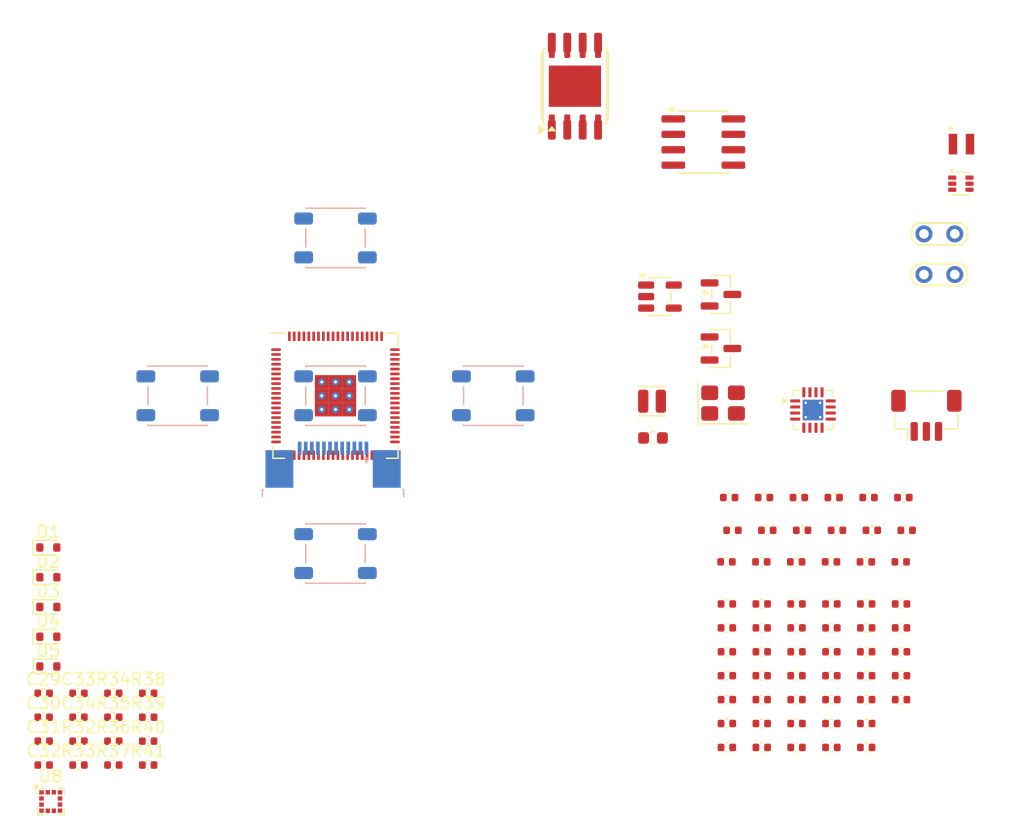
<source format=kicad_pcb>
(kicad_pcb (version 20241229) (generator "pcbnew") (generator_version "9.0")
  (layers (0 "F.Cu" signal) (2 "B.Cu" signal) (13 "F.Paste" user) (15 "B.Paste" user) (5 "F.SilkS" user "F.Silkscreen") (7 "B.SilkS" user "B.Silkscreen") (1 "F.Mask" user) (3 "B.Mask" user) (25 "Edge.Cuts" user))
  (net 0 "")
  (net 1 "GND")
  (net 2 "RP_DVDD")
  (net 3 "RP_VREG_AVDD")
  (net 4 "+3V3")
  (net 5 "+BATT")
  (net 6 "VBUS")
  (net 7 "VIN")
  (net 8 "Net-(U1-ADC_AVDD)")
  (net 9 "Net-(U1-XIN)")
  (net 10 "Net-(C24-Pad2)")
  (net 11 "/SWD")
  (net 12 "/SWCLK")
  (net 13 "LCD_RST")
  (net 14 "LCD_DC")
  (net 15 "LCD_CS")
  (net 16 "LCD_SCL")
  (net 17 "LCD_SDA")
  (net 18 "Net-(J10-Pin_2)")
  (net 19 "Net-(JP1-B)")
  (net 20 "Net-(JP2-B)")
  (net 21 "/RP_VREG_LX")
  (net 22 "Net-(U2-SW)")
  (net 23 "BAT_SAMPLE_EN")
  (net 24 "Net-(Q1-D)")
  (net 25 "LCD_BL")
  (net 26 "Net-(Q2-D)")
  (net 27 "/PA.CA")
  (net 28 "/PA.CAR")
  (net 29 "Net-(J1-Pin_4)")
  (net 30 "/PA.D1")
  (net 31 "/PA.D3")
  (net 32 "Net-(J2-Pin_3)")
  (net 33 "/PB.CAR")
  (net 34 "/PB.CA")
  (net 35 "/PB.D1")
  (net 36 "Net-(J3-Pin_4)")
  (net 37 "Net-(J4-Pin_3)")
  (net 38 "/PB.D3")
  (net 39 "/PC.CAR")
  (net 40 "/PC.CA")
  (net 41 "Net-(J5-Pin_4)")
  (net 42 "/PC.D1")
  (net 43 "/PC.D3")
  (net 44 "Net-(J6-Pin_3)")
  (net 45 "/PD.CAR")
  (net 46 "/PD.CA")
  (net 47 "Net-(J7-Pin_4)")
  (net 48 "/PD.D1")
  (net 49 "/PD.D3")
  (net 50 "Net-(J8-Pin_3)")
  (net 51 "Net-(U3-TS)")
  (net 52 "BTN_CENTER")
  (net 53 "Net-(U3-ITERM)")
  (net 54 "BAT_SAMPLE")
  (net 55 "Net-(U2-FB)")
  (net 56 "BTN_LEFT")
  (net 57 "BTN_BOTTOM")
  (net 58 "VIN_PGOOD")
  (net 59 "Net-(U1-XOUT)")
  (net 60 "USB_D+")
  (net 61 "Net-(U1-USB_DP)")
  (net 62 "Net-(U1-USB_DM)")
  (net 63 "USB_D-")
  (net 64 "QMI_CS0")
  (net 65 "QMI_CS1")
  (net 73 "QMI_SCK")
  (net 83 "QMI_SD3")
  (net 87 "QMI_SD0")
  (net 89 "QMI_SD1")
  (net 102 "QMI_SD2")
  (net 118 "BTN_RIGHT")
  (net 122 "BAT_~{CHG}")
  (net 124 "3V3_EN_LATCH")
  (net 125 "BTN_TOP")
  (net 126 "Net-(D1-K)")
  (net 127 "BTN_CENTER_VBUS")
  (net 128 "Net-(D5-K)")
  (net 129 "BAT_ICHG_SAMPLE")
  (net 130 "Net-(U3-PGOOD)")
  (net 131 "Net-(J11-CC2)")
  (net 132 "Net-(J11-CC1)")
  (net 135 "Net-(R38-Pad1)")
  (net 136 "Net-(R39-Pad1)")
  (net 137 "Net-(R40-Pad1)")
  (net 138 "Net-(R41-Pad1)")
  (net 139 "I2C_SCL")
  (net 141 "I2C_SDA")
  (footprint "Capacitor_SMD:C_0402_1005Metric" (layer "F.Cu") (at 41.04 8.3835)
    (property "Reference" "R4" (hide yes))
    (property "Value" "300" (hide yes))
    (pad "1" smd roundrect (at -0.48 0) (size 0.56 0.62) (layers "F.Cu" "F.Mask" "F.Paste") (net 33 "/PB.CAR"))
    (pad "2" smd roundrect (at 0.48 0) (size 0.56 0.62) (layers "F.Cu" "F.Mask" "F.Paste") (net 34 "/PB.CA"))
  )
  (footprint "Capacitor_SMD:C_0402_1005Metric" (layer "F.Cu") (at 40.85 19.12)
    (property "Reference" "R8" (hide yes))
    (property "Value" "270" (hide yes))
    (pad "1" smd roundrect (at -0.48 0) (size 0.56 0.62) (layers "F.Cu" "F.Mask" "F.Paste") (net 41 "Net-(J5-Pin_4)"))
    (pad "2" smd roundrect (at 0.48 0) (size 0.56 0.62) (layers "F.Cu" "F.Mask" "F.Paste") (net 42 "/PC.D1"))
  )
  (footprint "Capacitor_SMD:C_0402_1005Metric" (layer "F.Cu") (at -15.43 30.42)
    (property "Reference" "R41" (at 0 -1.16 0) (layer "F.SilkS"))
    (property "Value" "10k")
    (pad "1" smd roundrect (at -0.48 0) (size 0.56 0.62) (layers "F.Cu" "F.Mask" "F.Paste") (net 138 "Net-(R41-Pad1)"))
    (pad "2" smd roundrect (at 0.48 0) (size 0.56 0.62) (layers "F.Cu" "F.Mask" "F.Paste") (net 125 "BTN_TOP"))
  )
  (footprint "Crystal:Crystal_SMD_3225-4Pin_3.2x2.5mm" (layer "F.Cu") (at 31.925 0.605)
    (property "Reference" "Y1" (hide yes))
    (property "Value" "12M")
    (pad "1" smd roundrect (at -1.1 0.85) (size 1.4 1.2) (layers "F.Cu" "F.Mask" "F.Paste") (roundrect_rratio 0.208333) (net 9 "Net-(U1-XIN)"))
    (pad "2" smd roundrect (at 1.1 0.85) (size 1.4 1.2) (layers "F.Cu" "F.Mask" "F.Paste") (roundrect_rratio 0.208333) (net 1 "GND"))
    (pad "3" smd roundrect (at 1.1 -0.85) (size 1.4 1.2) (layers "F.Cu" "F.Mask" "F.Paste") (roundrect_rratio 0.208333) (net 10 "Net-(C24-Pad2)"))
    (pad "4" smd roundrect (at -1.1 -0.85) (size 1.4 1.2) (layers "F.Cu" "F.Mask" "F.Paste") (roundrect_rratio 0.208333) (net 1 "GND"))
  )
  (footprint "Capacitor_SMD:C_0402_1005Metric" (layer "F.Cu") (at 35.57 11.0835)
    (property "Reference" "C13" (hide yes))
    (property "Value" "100n" (hide yes))
    (pad "1" smd roundrect (at -0.48 0) (size 0.56 0.62) (layers "F.Cu" "F.Mask" "F.Paste") (net 4 "+3V3"))
    (pad "2" smd roundrect (at 0.48 0) (size 0.56 0.62) (layers "F.Cu" "F.Mask" "F.Paste") (net 1 "GND"))
  )
  (footprint "Capacitor_SMD:C_0402_1005Metric" (layer "F.Cu") (at 46.59 21.09)
    (property "Reference" "R29" (hide yes))
    (property "Value" "100k" (hide yes))
    (pad "1" smd roundrect (at -0.48 0) (size 0.56 0.62) (layers "F.Cu" "F.Mask" "F.Paste") (net 65 "QMI_CS1"))
    (pad "2" smd roundrect (at 0.48 0) (size 0.56 0.62) (layers "F.Cu" "F.Mask" "F.Paste") (net 4 "+3V3"))
  )
  (footprint "Capacitor_SMD:C_0402_1005Metric" (layer "F.Cu") (at 37.98 17.15)
    (property "Reference" "C25" (hide yes))
    (property "Value" "100n" (hide yes))
    (pad "1" smd roundrect (at -0.48 0) (size 0.56 0.62) (layers "F.Cu" "F.Mask" "F.Paste") (net 4 "+3V3"))
    (pad "2" smd roundrect (at 0.48 0) (size 0.56 0.62) (layers "F.Cu" "F.Mask" "F.Paste") (net 1 "GND"))
  )
  (footprint "Capacitor_SMD:C_0402_1005Metric" (layer "F.Cu") (at -18.3 28.45)
    (property "Reference" "R36" (at 0 -1.16 0) (layer "F.SilkS"))
    (property "Value" "10k")
    (pad "1" smd roundrect (at -0.48 0) (size 0.56 0.62) (layers "F.Cu" "F.Mask" "F.Paste"))
    (pad "2" smd roundrect (at 0.48 0) (size 0.56 0.62) (layers "F.Cu" "F.Mask" "F.Paste") (net 4 "+3V3"))
  )
  (footprint "Capacitor_SMD:C_0402_1005Metric" (layer "F.Cu") (at 32.24 21.09)
    (property "Reference" "C6" (hide yes))
    (property "Value" "4.7u" (hide yes))
    (pad "1" smd roundrect (at -0.48 0) (size 0.56 0.62) (layers "F.Cu" "F.Mask" "F.Paste") (net 1 "GND"))
    (pad "2" smd roundrect (at 0.48 0) (size 0.56 0.62) (layers "F.Cu" "F.Mask" "F.Paste") (net 7 "VIN"))
  )
  (footprint "Connector_JST:JST_SH_BM03B-SRSS-TB_1x03-1MP_P1.00mm_Vertical" (layer "F.Cu") (at 48.675 1.615)
    (property "Reference" "J9" (hide yes))
    (property "Value" "SWD")
    (pad "1" smd roundrect (at -1 1.325) (size 0.6 1.55) (layers "F.Cu" "F.Mask" "F.Paste") (net 12 "/SWCLK"))
    (pad "2" smd roundrect (at 0 1.325) (size 0.6 1.55) (layers "F.Cu" "F.Mask" "F.Paste") (net 1 "GND"))
    (pad "3" smd roundrect (at 1 1.325) (size 0.6 1.55) (layers "F.Cu" "F.Mask" "F.Paste") (net 11 "/SWD"))
    (pad "MP" smd roundrect (at -2.3 -1.2) (size 1.2 1.8) (layers "F.Cu" "F.Mask" "F.Paste") (roundrect_rratio 0.208333) (net 1 "GND"))
    (pad "MP" smd roundrect (at 2.3 -1.2) (size 1.2 1.8) (layers "F.Cu" "F.Mask" "F.Paste") (roundrect_rratio 0.208333) (net 1 "GND"))
  )
  (footprint "Capacitor_SMD:C_0402_1005Metric" (layer "F.Cu") (at 32.24 17.15)
    (property "Reference" "C4" (hide yes))
    (property "Value" "4.7u" (hide yes))
    (pad "1" smd roundrect (at -0.48 0) (size 0.56 0.62) (layers "F.Cu" "F.Mask" "F.Paste") (net 5 "+BATT"))
    (pad "2" smd roundrect (at 0.48 0) (size 0.56 0.62) (layers "F.Cu" "F.Mask" "F.Paste") (net 1 "GND"))
  )
  (footprint "Package_TO_SOT_SMD:SOT-23-5" (layer "F.Cu") (at 26.725 -8.17)
    (property "Reference" "U7" (hide yes))
    (property "Value" "74AHC1G04")
    (pad "1" smd roundrect (at -1.1375 -0.95) (size 1.325 0.6) (layers "F.Cu" "F.Mask" "F.Paste"))
    (pad "2" smd roundrect (at -1.1375 0) (size 1.325 0.6) (layers "F.Cu" "F.Mask" "F.Paste") (net 130 "Net-(U3-PGOOD)"))
    (pad "3" smd roundrect (at -1.1375 0.95) (size 1.325 0.6) (layers "F.Cu" "F.Mask" "F.Paste") (net 1 "GND"))
    (pad "4" smd roundrect (at 1.1375 0.95) (size 1.325 0.6) (layers "F.Cu" "F.Mask" "F.Paste") (net 58 "VIN_PGOOD"))
    (pad "5" smd roundrect (at 1.1375 -0.95) (size 1.325 0.6) (layers "F.Cu" "F.Mask" "F.Paste") (net 6 "VBUS"))
  )
  (footprint "Package_DFN_QFN:VQFN-16-1EP_3x3mm_P0.5mm_EP1.68x1.68mm_ThermalVias" (layer "F.Cu") (at 39.33 1.175)
    (property "Reference" "U3" (hide yes))
    (property "Value" "BQ24232RGT")
    (pad "1" smd roundrect (at -1.4625 -0.75) (size 0.825 0.25) (layers "F.Cu" "F.Mask" "F.Paste") (net 51 "Net-(U3-TS)"))
    (pad "2" smd roundrect (at -1.4625 -0.25) (size 0.825 0.25) (layers "F.Cu" "F.Mask" "F.Paste") (net 5 "+BATT"))
    (pad "3" smd roundrect (at -1.4625 0.25) (size 0.825 0.25) (layers "F.Cu" "F.Mask" "F.Paste") (net 5 "+BATT"))
    (pad "4" smd roundrect (at -1.4625 0.75) (size 0.825 0.25) (layers "F.Cu" "F.Mask" "F.Paste") (net 1 "GND"))
    (pad "5" smd roundrect (at -0.75 1.4625) (size 0.25 0.825) (layers "F.Cu" "F.Mask" "F.Paste") (net 1 "GND"))
    (pad "6" smd roundrect (at -0.25 1.4625) (size 0.25 0.825) (layers "F.Cu" "F.Mask" "F.Paste") (net 6 "VBUS"))
    (pad "7" smd roundrect (at 0.25 1.4625) (size 0.25 0.825) (layers "F.Cu" "F.Mask" "F.Paste") (net 130 "Net-(U3-PGOOD)"))
    (pad "8" smd roundrect (at 0.75 1.4625) (size 0.25 0.825) (layers "F.Cu" "F.Mask" "F.Paste") (net 1 "GND"))
    (pad "9" smd roundrect (at 1.4625 0.75) (size 0.825 0.25) (layers "F.Cu" "F.Mask" "F.Paste") (net 122 "BAT_~{CHG}"))
    (pad "10" smd roundrect (at 1.4625 0.25) (size 0.825 0.25) (layers "F.Cu" "F.Mask" "F.Paste") (net 6 "VBUS"))
    (pad "11" smd roundrect (at 1.4625 -0.25) (size 0.825 0.25) (layers "F.Cu" "F.Mask" "F.Paste") (net 6 "VBUS"))
    (pad "12" smd roundrect (at 1.4625 -0.75) (size 0.825 0.25) (layers "F.Cu" "F.Mask" "F.Paste"))
    (pad "13" smd roundrect (at 0.75 -1.4625) (size 0.25 0.825) (layers "F.Cu" "F.Mask" "F.Paste") (net 7 "VIN"))
    (pad "14" smd roundrect (at 0.25 -1.4625) (size 0.25 0.825) (layers "F.Cu" "F.Mask" "F.Paste"))
    (pad "15" smd roundrect (at -0.25 -1.4625) (size 0.25 0.825) (layers "F.Cu" "F.Mask" "F.Paste") (net 53 "Net-(U3-ITERM)"))
    (pad "16" smd roundrect (at -0.75 -1.4625) (size 0.25 0.825) (layers "F.Cu" "F.Mask" "F.Paste") (net 129 "BAT_ICHG_SAMPLE"))
    (pad "17" thru_hole circle (at -0.59 -0.59) (size 0.5 0.5) (drill 0.2) (property pad_prop_heatsink) (layers "*.Cu") (net 1 "GND"))
    (pad "17" thru_hole circle (at -0.59 0.59) (size 0.5 0.5) (drill 0.2) (property pad_prop_heatsink) (layers "*.Cu") (net 1 "GND"))
    (pad "17" smd rect (at 0 0) (size 1.68 1.68) (property pad_prop_heatsink) (layers "F.Cu" "F.Mask") (net 1 "GND"))
    (pad "17" smd rect (at 0 0) (size 1.68 1.68) (property pad_prop_heatsink) (layers "B.Cu") (net 1 "GND"))
    (pad "17" thru_hole circle (at 0.59 -0.59) (size 0.5 0.5) (drill 0.2) (property pad_prop_heatsink) (layers "*.Cu") (net 1 "GND"))
    (pad "17" thru_hole circle (at 0.59 0.59) (size 0.5 0.5) (drill 0.2) (property pad_prop_heatsink) (layers "*.Cu") (net 1 "GND"))
  )
  (footprint "Capacitor_SMD:C_0402_1005Metric" (layer "F.Cu") (at -21.17 24.51)
    (property "Reference" "C33" (at 0 -1.16 0) (layer "F.SilkS"))
    (property "Value" "100n")
    (pad "1" smd roundrect (at -0.48 0) (size 0.56 0.62) (layers "F.Cu" "F.Mask" "F.Paste") (net 118 "BTN_RIGHT"))
    (pad "2" smd roundrect (at 0.48 0) (size 0.56 0.62) (layers "F.Cu" "F.Mask" "F.Paste") (net 1 "GND"))
  )
  (footprint "Diode_SMD:D_SOD-523" (layer "F.Cu") (at -23.655 19.85)
    (property "Reference" "D4" (at 0 -1.3 0) (layer "F.SilkS"))
    (property "Value" "1N4148WT")
    (pad "1" smd roundrect (at -0.7 0 180) (size 0.6 0.7) (layers "F.Cu" "F.Mask" "F.Paste") (net 126 "Net-(D1-K)"))
    (pad "2" smd roundrect (at 0.7 0 180) (size 0.6 0.7) (layers "F.Cu" "F.Mask" "F.Paste") (net 124 "3V3_EN_LATCH"))
  )
  (footprint "Package_TO_SOT_SMD:SOT-23" (layer "F.Cu") (at 31.755 -3.895)
    (property "Reference" "Q2" (hide yes))
    (property "Value" "2N7002")
    (pad "1" smd roundrect (at -0.9375 -0.95) (size 1.475 0.6) (layers "F.Cu" "F.Mask" "F.Paste") (net 25 "LCD_BL"))
    (pad "2" smd roundrect (at -0.9375 0.95) (size 1.475 0.6) (layers "F.Cu" "F.Mask" "F.Paste") (net 1 "GND"))
    (pad "3" smd roundrect (at 0.9375 0) (size 1.475 0.6) (layers "F.Cu" "F.Mask" "F.Paste") (net 26 "Net-(Q2-D)"))
  )
  (footprint "Capacitor_SMD:C_0402_1005Metric" (layer "F.Cu") (at 40.85 25.03)
    (property "Reference" "R11" (hide yes))
    (property "Value" "270" (hide yes))
    (pad "1" smd roundrect (at -0.48 0) (size 0.56 0.62) (layers "F.Cu" "F.Mask" "F.Paste") (net 47 "Net-(J7-Pin_4)"))
    (pad "2" smd roundrect (at 0.48 0) (size 0.56 0.62) (layers "F.Cu" "F.Mask" "F.Paste") (net 48 "/PD.D1"))
  )
  (footprint "Capacitor_SMD:C_0402_1005Metric" (layer "F.Cu") (at 40.85 28.97)
    (property "Reference" "R13" (hide yes))
    (property "Value" "33" (hide yes))
    (pad "1" smd roundrect (at -0.48 0) (size 0.56 0.62) (layers "F.Cu" "F.Mask" "F.Paste") (net 4 "+3V3"))
    (pad "2" smd roundrect (at 0.48 0) (size 0.56 0.62) (layers "F.Cu" "F.Mask" "F.Paste") (net 3 "RP_VREG_AVDD"))
  )
  (footprint "Package_SON:WSON-8-1EP_6x5mm_P1.27mm_EP3.4x4.3mm" (layer "F.Cu") (at 19.725 -25.5 90)
    (property "Reference" "U5" (hide yes))
    (property "Value" "PY25Q128HA-WXH")
    (pad "1" smd roundrect (at -2.7 -1.905 90) (size 0.75 0.5) (layers "F.Cu" "F.Mask" "F.Paste") (net 64 "QMI_CS0"))
    (pad "2" smd roundrect (at -2.7 -0.635 90) (size 0.75 0.5) (layers "F.Cu" "F.Mask" "F.Paste") (net 89 "QMI_SD1"))
    (pad "3" smd roundrect (at -2.7 0.635 90) (size 0.75 0.5) (layers "F.Cu" "F.Mask" "F.Paste") (net 102 "QMI_SD2"))
    (pad "4" smd roundrect (at -2.7 1.905 90) (size 0.75 0.5) (layers "F.Cu" "F.Mask" "F.Paste") (net 1 "GND"))
    (pad "5" smd roundrect (at 2.7 1.905 90) (size 0.75 0.5) (layers "F.Cu" "F.Mask" "F.Paste") (net 87 "QMI_SD0"))
    (pad "6" smd roundrect (at 2.7 0.635 90) (size 0.75 0.5) (layers "F.Cu" "F.Mask" "F.Paste") (net 73 "QMI_SCK"))
    (pad "7" smd roundrect (at 2.7 -0.635 90) (size 0.75 0.5) (layers "F.Cu" "F.Mask" "F.Paste") (net 83 "QMI_SD3"))
    (pad "8" smd roundrect (at 2.7 -1.905 90) (size 0.75 0.5) (layers "F.Cu" "F.Mask" "F.Paste") (net 4 "+3V3"))
    (pad "9" smd rect (at 0 0 90) (size 3.4 4.3) (property pad_prop_heatsink) (layers "F.Cu" "F.Mask") (net 1 "GND"))
  )
  (footprint "Capacitor_SMD:C_0402_1005Metric" (layer "F.Cu") (at 32.24 28.97)
    (property "Reference" "C11" (hide yes))
    (property "Value" "100n" (hide yes))
    (pad "1" smd roundrect (at -0.48 0) (size 0.56 0.62) (layers "F.Cu" "F.Mask" "F.Paste") (net 2 "RP_DVDD"))
    (pad "2" smd roundrect (at 0.48 0) (size 0.56 0.62) (layers "F.Cu" "F.Mask" "F.Paste") (net 1 "GND"))
  )
  (footprint "Diode_SMD:D_SOD-523" (layer "F.Cu") (at -23.655 12.5)
    (property "Reference" "D1" (at 0 -1.3 0) (layer "F.SilkS"))
    (property "Value" "1N4148WT")
    (pad "1" smd roundrect (at -0.7 0 180) (size 0.6 0.7) (layers "F.Cu" "F.Mask" "F.Paste") (net 126 "Net-(D1-K)"))
    (pad "2" smd roundrect (at 0.7 0 180) (size 0.6 0.7) (layers "F.Cu" "F.Mask" "F.Paste") (net 127 "BTN_CENTER_VBUS"))
  )
  (footprint "Capacitor_SMD:C_0402_1005Metric" (layer "F.Cu") (at 35.11 27)
    (property "Reference" "C20" (hide yes))
    (property "Value" "100n" (hide yes))
    (pad "1" smd roundrect (at -0.48 0) (size 0.56 0.62) (layers "F.Cu" "F.Mask" "F.Paste") (net 4 "+3V3"))
    (pad "2" smd roundrect (at 0.48 0) (size 0.56 0.62) (layers "F.Cu" "F.Mask" "F.Paste") (net 1 "GND"))
  )
  (footprint "Capacitor_SMD:C_0402_1005Metric" (layer "F.Cu") (at -24.04 28.45)
    (property "Reference" "C31" (at 0 -1.16 0) (layer "F.SilkS"))
    (property "Value" "100n")
    (pad "1" smd roundrect (at -0.48 0) (size 0.56 0.62) (layers "F.Cu" "F.Mask" "F.Paste") (net 56 "BTN_LEFT"))
    (pad "2" smd roundrect (at 0.48 0) (size 0.56 0.62) (layers "F.Cu" "F.Mask" "F.Paste") (net 1 "GND"))
  )
  (footprint "Capacitor_SMD:C_0402_1005Metric" (layer "F.Cu") (at 37.98 25.03)
    (property "Reference" "R1" (hide yes))
    (property "Value" "300" (hide yes))
    (pad "1" smd roundrect (at -0.48 0) (size 0.56 0.62) (layers "F.Cu" "F.Mask" "F.Paste") (net 28 "/PA.CAR"))
    (pad "2" smd roundrect (at 0.48 0) (size 0.56 0.62) (layers "F.Cu" "F.Mask" "F.Paste") (net 27 "/PA.CA"))
  )
  (footprint "Capacitor_SMD:C_0402_1005Metric" (layer "F.Cu") (at 40.85 21.09)
    (property "Reference" "R9" (hide yes))
    (property "Value" "270" (hide yes))
    (pad "1" smd roundrect (at -0.48 0) (size 0.56 0.62) (layers "F.Cu" "F.Mask" "F.Paste") (net 44 "Net-(J6-Pin_3)"))
    (pad "2" smd roundrect (at 0.48 0) (size 0.56 0.62) (layers "F.Cu" "F.Mask" "F.Paste") (net 43 "/PC.D3"))
  )
  (footprint "Capacitor_SMD:C_0402_1005Metric" (layer "F.Cu") (at 32.24 27)
    (property "Reference" "C10" (hide yes))
    (property "Value" "100n" (hide yes))
    (pad "1" smd roundrect (at -0.48 0) (size 0.56 0.62) (layers "F.Cu" "F.Mask" "F.Paste") (net 2 "RP_DVDD"))
    (pad "2" smd roundrect (at 0.48 0) (size 0.56 0.62) (layers "F.Cu" "F.Mask" "F.Paste") (net 1 "GND"))
  )
  (footprint "Capacitor_SMD:C_0402_1005Metric" (layer "F.Cu") (at -21.17 26.48)
    (property "Reference" "C34" (at 0 -1.16 0) (layer "F.SilkS"))
    (property "Value" "100n")
    (pad "1" smd roundrect (at -0.48 0) (size 0.56 0.62) (layers "F.Cu" "F.Mask" "F.Paste") (net 125 "BTN_TOP"))
    (pad "2" smd roundrect (at 0.48 0) (size 0.56 0.62) (layers "F.Cu" "F.Mask" "F.Paste") (net 1 "GND"))
  )
  (footprint "Capacitor_SMD:C_0603_1608Metric" (layer "F.Cu") (at 26.155 3.475)
    (property "Reference" "C8" (hide yes))
    (property "Value" "22u")
    (pad "1" smd roundrect (at -0.775 0) (size 0.9 0.95) (layers "F.Cu" "F.Mask" "F.Paste") (net 4 "+3V3"))
    (pad "2" smd roundrect (at 0.775 0) (size 0.9 0.95) (layers "F.Cu" "F.Mask" "F.Paste") (net 1 "GND"))
  )
  (footprint "Capacitor_SMD:C_0402_1005Metric" (layer "F.Cu") (at -21.17 28.45)
    (property "Reference" "R32" (at 0 -1.16 0) (layer "F.SilkS"))
    (property "Value" "5.1k")
    (pad "1" smd roundrect (at -0.48 0) (size 0.56 0.62) (layers "F.Cu" "F.Mask" "F.Paste") (net 1 "GND"))
    (pad "2" smd roundrect (at 0.48 0) (size 0.56 0.62) (layers "F.Cu" "F.Mask" "F.Paste") (net 131 "Net-(J11-CC2)"))
  )
  (footprint "Capacitor_SMD:C_0402_1005Metric" (layer "F.Cu") (at 41.31 11.0835)
    (property "Reference" "R5" (hide yes))
    (property "Value" "270" (hide yes))
    (pad "1" smd roundrect (at -0.48 0) (size 0.56 0.62) (layers "F.Cu" "F.Mask" "F.Paste") (net 36 "Net-(J3-Pin_4)"))
    (pad "2" smd roundrect (at 0.48 0) (size 0.56 0.62) (layers "F.Cu" "F.Mask" "F.Paste") (net 35 "/PB.D1"))
  )
  (footprint "Capacitor_SMD:C_0402_1005Metric" (layer "F.Cu") (at 37.98 27)
    (property "Reference" "R2" (hide yes))
    (property "Value" "270" (hide yes))
    (pad "1" smd roundrect (at -0.48 0) (size 0.56 0.62) (layers "F.Cu" "F.Mask" "F.Paste") (net 29 "Net-(J1-Pin_4)"))
    (pad "2" smd roundrect (at 0.48 0) (size 0.56 0.62) (layers "F.Cu" "F.Mask" "F.Paste") (net 30 "/PA.D1"))
  )
  (footprint "Package_SO:SOIC-8_5.3x5.3mm_P1.27mm" (layer "F.Cu") (at 19.725 -25.5 90)
    (property "Reference" "U6" (hide yes))
    (property "Value" "PY25Q128HA-SSH")
    (pad "1" smd roundrect (at -3.5875 -1.905 90) (size 1.625 0.65) (layers "F.Cu" "F.Mask" "F.Paste") (net 64 "QMI_CS0"))
    (pad "2" smd roundrect (at -3.5875 -0.635 90) (size 1.625 0.65) (layers "F.Cu" "F.Mask" "F.Paste") (net 89 "QMI_SD1"))
    (pad "3" smd roundrect (at -3.5875 0.635 90) (size 1.625 0.65) (layers "F.Cu" "F.Mask" "F.Paste") (net 102 "QMI_SD2"))
    (pad "4" smd roundrect (at -3.5875 1.905 90) (size 1.625 0.65) (layers "F.Cu" "F.Mask" "F.Paste") (net 1 "GND"))
    (pad "5" smd roundrect (at 3.5875 1.905 90) (size 1.625 0.65) (layers "F.Cu" "F.Mask" "F.Paste") (net 87 "QMI_SD0"))
    (pad "6" smd roundrect (at 3.5875 0.635 90) (size 1.625 0.65) (layers "F.Cu" "F.Mask" "F.Paste") (net 73 "QMI_SCK"))
    (pad "7" smd roundrect (at 3.5875 -0.635 90) (size 1.625 0.65) (layers "F.Cu" "F.Mask" "F.Paste") (net 83 "QMI_SD3"))
    (pad "8" smd roundrect (at 3.5875 -1.905 90) (size 1.625 0.65) (layers "F.Cu" "F.Mask" "F.Paste") (net 4 "+3V3"))
  )
  (footprint "Capacitor_SMD:C_0402_1005Metric" (layer "F.Cu") (at 40.85 23.06)
    (property "Reference" "R10" (hide yes))
    (property "Value" "300" (hide yes))
    (pad "1" smd roundrect (at -0.48 0) (size 0.56 0.62) (layers "F.Cu" "F.Mask" "F.Paste") (net 45 "/PD.CAR"))
    (pad "2" smd roundrect (at 0.48 0) (size 0.56 0.62) (layers "F.Cu" "F.Mask" "F.Paste") (net 46 "/PD.CA"))
  )
  (footprint "Capacitor_SMD:C_0402_1005Metric" (layer "F.Cu") (at 43.72 19.12)
    (property "Reference" "R18" (hide yes))
    (property "Value" "100k" (hide yes))
    (pad "1" smd roundrect (at -0.48 0) (size 0.56 0.62) (layers "F.Cu" "F.Mask" "F.Paste") (net 54 "BAT_SAMPLE"))
    (pad "2" smd roundrect (at 0.48 0) (size 0.56 0.62) (layers "F.Cu" "F.Mask" "F.Paste") (net 5 "+BATT"))
  )
  (footprint "Capacitor_SMD:C_0402_1005Metric" (layer "F.Cu") (at 43.72 21.09)
    (property "Reference" "R19" (hide yes))
    (property "Value" "100k" (hide yes))
    (pad "1" smd roundrect (at -0.48 0) (size 0.56 0.62) (layers "F.Cu" "F.Mask" "F.Paste") (net 1 "GND"))
    (pad "2" smd roundrect (at 0.48 0) (size 0.56 0.62) (layers "F.Cu" "F.Mask" "F.Paste") (net 23 "BAT_SAMPLE_EN"))
  )
  (footprint "Capacitor_SMD:C_0402_1005Metric" (layer "F.Cu") (at 46.56 13.6835)
    (property "Reference" "R26" (hide yes))
    (property "Value" "27" (hide yes))
    (pad "1" smd roundrect (at -0.48 0) (size 0.56 0.62) (layers "F.Cu" "F.Mask" "F.Paste") (net 61 "Net-(U1-USB_DP)"))
    (pad "2" smd roundrect (at 0.48 0) (size 0.56 0.62) (layers "F.Cu" "F.Mask" "F.Paste") (net 60 "USB_D+"))
  )
  (footprint "Capacitor_SMD:C_0402_1005Metric" (layer "F.Cu") (at -15.43 26.48)
    (property "Reference" "R39" (at 0 -1.16 0) (layer "F.SilkS"))
    (property "Value" "10k")
    (pad "1" smd roundrect (at -0.48 0) (size 0.56 0.62) (layers "F.Cu" "F.Mask" "F.Paste") (net 136 "Net-(R39-Pad1)"))
    (pad "2" smd roundrect (at 0.48 0) (size 0.56 0.62) (layers "F.Cu" "F.Mask" "F.Paste") (net 57 "BTN_BOTTOM"))
  )
  (footprint "Capacitor_SMD:C_0402_1005Metric" (layer "F.Cu") (at 37.95 13.6835)
    (property "Reference" "C24" (hide yes))
    (property "Value" "15p" (hide yes))
    (pad "1" smd roundrect (at -0.48 0) (size 0.56 0.62) (layers "F.Cu" "F.Mask" "F.Paste") (net 1 "GND"))
    (pad "2" smd roundrect (at 0.48 0) (size 0.56 0.62) (layers "F.Cu" "F.Mask" "F.Paste") (net 10 "Net-(C24-Pad2)"))
  )
  (footprint "Capacitor_SMD:C_0402_1005Metric" (layer "F.Cu") (at -15.43 24.51)
    (property "Reference" "R38" (at 0 -1.16 0) (layer "F.SilkS"))
    (property "Value" "10k")
    (pad "1" smd roundrect (at -0.48 0) (size 0.56 0.62) (layers "F.Cu" "F.Mask" "F.Paste") (net 135 "Net-(R38-Pad1)"))
    (pad "2" smd roundrect (at 0.48 0) (size 0.56 0.62) (layers "F.Cu" "F.Mask" "F.Paste") (net 56 "BTN_LEFT"))
  )
  (footprint "Capacitor_SMD:C_0402_1005Metric" (layer "F.Cu") (at 35.08 13.6835)
    (property "Reference" "C14" (hide yes))
    (property "Value" "100n" (hide yes))
    (pad "1" smd roundrect (at -0.48 0) (size 0.56 0.62) (layers "F.Cu" "F.Mask" "F.Paste") (net 4 "+3V3"))
    (pad "2" smd roundrect (at 0.48 0) (size 0.56 0.62) (layers "F.Cu" "F.Mask" "F.Paste") (net 1 "GND"))
  )
  (footprint "Capacitor_SMD:C_0402_1005Metric" (layer "F.Cu") (at 43.72 17.15)
    (property "Reference" "R17" (hide yes))
    (property "Value" "100k" (hide yes))
    (pad "1" smd roundrect (at -0.48 0) (size 0.56 0.62) (layers "F.Cu" "F.Mask" "F.Paste") (net 24 "Net-(Q1-D)"))
    (pad "2" smd roundrect (at 0.48 0) (size 0.56 0.62) (layers "F.Cu" "F.Mask" "F.Paste") (net 54 "BAT_SAMPLE"))
  )
  (footprint "Package_LGA:LGA-12_2x2mm_P0.5mm" (layer "F.Cu") (at -23.455 33.425)
    (property "Reference" "U8" (at 0 -2.075 0) (layer "F.SilkS"))
    (property "Value" "SC7A20")
    (pad "1" smd rect (at -0.7625 -0.75) (size 0.375 0.35) (layers "F.Cu" "F.Mask" "F.Paste"))
    (pad "2" smd rect (at -0.7625 -0.25) (size 0.375 0.35) (layers "F.Cu" "F.Mask" "F.Paste") (net 141 "I2C_SDA"))
    (pad "3" smd rect (at -0.7625 0.25) (size 0.375 0.35) (layers "F.Cu" "F.Mask" "F.Paste") (net 4 "+3V3"))
    (pad "4" smd rect (at -0.7625 0.75) (size 0.375 0.35) (layers "F.Cu" "F.Mask" "F.Paste") (net 1 "GND"))
    (pad "5" smd rect (at -0.25 0.7625 90) (size 0.375 0.35) (layers "F.Cu" "F.Mask" "F.Paste"))
    (pad "6" smd rect (at 0.25 0.7625 90) (size 0.375 0.35) (layers "F.Cu" "F.Mask" "F.Paste"))
    (pad "7" smd rect (at 0.7625 0.75) (size 0.375 0.35) (layers "F.Cu" "F.Mask" "F.Paste") (net 4 "+3V3"))
    (pad "8" smd rect (at 0.7625 0.25) (size 0.375 0.35) (layers "F.Cu" "F.Mask" "F.Paste") (net 1 "GND"))
    (pad "9" smd rect (at 0.7625 -0.25) (size 0.375 0.35) (layers "F.Cu" "F.Mask" "F.Paste") (net 1 "GND"))
    (pad "10" smd rect (at 0.7625 -0.75) (size 0.375 0.35) (layers "F.Cu" "F.Mask" "F.Paste"))
    (pad "11" smd rect (at 0.25 -0.7625 90) (size 0.375 0.35) (layers "F.Cu" "F.Mask" "F.Paste"))
    (pad "12" smd rect (at -0.25 -0.7625 90) (size 0.375 0.35) (layers "F.Cu" "F.Mask" "F.Paste") (net 139 "I2C_SCL"))
  )
  (footprint "Capacitor_SMD:C_0402_1005Metric" (layer "F.Cu") (at 43.72 23.06)
    (property "Reference" "R20" (hide yes))
    (property "Value" "86.6k" (hide yes))
    (pad "1" smd roundrect (at -0.48 0) (size 0.56 0.62) (layers "F.Cu" "F.Mask" "F.Paste") (net 1 "GND"))
    (pad "2" smd roundrect (at 0.48 0) (size 0.56 0.62) (layers "F.Cu" "F.Mask" "F.Paste") (net 55 "Net-(U2-FB)"))
  )
  (footprint "Capacitor_SMD:C_0402_1005Metric" (layer "F.Cu") (at 35.11 25.03)
    (property "Reference" "C19" (hide yes))
    (property "Value" "100n" (hide yes))
    (pad "1" smd roundrect (at -0.48 0) (size 0.56 0.62) (layers "F.Cu" "F.Mask" "F.Paste") (net 4 "+3V3"))
    (pad "2" smd roundrect (at 0.48 0) (size 0.56 0.62) (layers "F.Cu" "F.Mask" "F.Paste") (net 1 "GND"))
  )
  (footprint "Capacitor_SMD:C_0402_1005Metric" (layer "F.Cu") (at 32.24 23.06)
    (property "Reference" "C7" (hide yes))
    (property "Value" "4.7u" (hide yes))
    (pad "1" smd roundrect (at -0.48 0) (size 0.56 0.62) (layers "F.Cu" "F.Mask" "F.Paste") (net 6 "VBUS"))
    (pad "2" smd roundrect (at 0.48 0) (size 0.56 0.62) (layers "F.Cu" "F.Mask" "F.Paste") (net 1 "GND"))
  )
  (footprint "Diode_SMD:D_SOD-523" (layer "F.Cu") (at -23.655 17.4)
    (property "Reference" "D3" (at 0 -1.3 0) (layer "F.SilkS"))
    (property "Value" "3V")
    (pad "1" smd roundrect (at -0.7 0 180) (size 0.6 0.7) (layers "F.Cu" "F.Mask" "F.Paste") (net 52 "BTN_CENTER"))
    (pad "2" smd roundrect (at 0.7 0 180) (size 0.6 0.7) (layers "F.Cu" "F.Mask" "F.Paste") (net 1 "GND"))
  )
  (footprint "Capacitor_SMD:C_0402_1005Metric" (layer "F.Cu") (at 32.7 11.0835)
    (property "Reference" "C2" (hide yes))
    (property "Value" "4.7u" (hide yes))
    (pad "1" smd roundrect (at -0.48 0) (size 0.56 0.62) (layers "F.Cu" "F.Mask" "F.Paste") (net 3 "RP_VREG_AVDD"))
    (pad "2" smd roundrect (at 0.48 0) (size 0.56 0.62) (layers "F.Cu" "F.Mask" "F.Paste") (net 1 "GND"))
  )
  (footprint "Capacitor_SMD:C_0402_1005Metric" (layer "F.Cu") (at -24.04 30.42)
    (property "Reference" "C32" (at 0 -1.16 0) (layer "F.SilkS"))
    (property "Value" "100n")
    (pad "1" smd roundrect (at -0.48 0) (size 0.56 0.62) (layers "F.Cu" "F.Mask" "F.Paste") (net 57 "BTN_BOTTOM"))
    (pad "2" smd roundrect (at 0.48 0) (size 0.56 0.62) (layers "F.Cu" "F.Mask" "F.Paste") (net 1 "GND"))
  )
  (footprint "Capacitor_SMD:C_0402_1005Metric" (layer "F.Cu") (at 46.59 17.15)
    (property "Reference" "R27" (hide yes))
    (property "Value" "27" (hide yes))
    (pad "1" smd roundrect (at -0.48 0) (size 0.56 0.62) (layers "F.Cu" "F.Mask" "F.Paste") (net 62 "Net-(U1-USB_DM)"))
    (pad "2" smd roundrect (at 0.48 0) (size 0.56 0.62) (layers "F.Cu" "F.Mask" "F.Paste") (net 63 "USB_D-"))
  )
  (footprint "Capacitor_SMD:C_0402_1005Metric" (layer "F.Cu") (at 37.98 19.12)
    (property "Reference" "C26" (hide yes))
    (property "Value" "100n" (hide yes))
    (pad "1" smd roundrect (at -0.48 0) (size 0.56 0.62) (layers "F.Cu" "F.Mask" "F.Paste") (net 4 "+3V3"))
    (pad "2" smd roundrect (at 0.48 0) (size 0.56 0.62) (layers "F.Cu" "F.Mask" "F.Paste") (net 1 "GND"))
  )
  (footprint "Capacitor_SMD:C_0402_1005Metric" (layer "F.Cu") (at -18.3 26.48)
    (property "Reference" "R35" (at 0 -1.16 0) (layer "F.SilkS"))
    (property "Value" "10k")
    (pad "1" smd roundrect (at -0.48 0) (size 0.56 0.62) (layers "F.Cu" "F.Mask" "F.Paste") (net 127 "BTN_CENTER_VBUS"))
    (pad "2" smd roundrect (at 0.48 0) (size 0.56 0.62) (layers "F.Cu" "F.Mask" "F.Paste") (net 52 "BTN_CENTER"))
  )
  (footprint "Capacitor_SMD:C_0402_1005Metric" (layer "F.Cu") (at 46.59 19.12)
    (property "Reference" "R28" (hide yes))
    (property "Value" "100k" (hide yes))
    (pad "1" smd roundrect (at -0.48 0) (size 0.56 0.62) (layers "F.Cu" "F.Mask" "F.Paste") (net 64 "QMI_CS0"))
    (pad "2" smd roundrect (at 0.48 0) (size 0.56 0.62) (layers "F.Cu" "F.Mask" "F.Paste") (net 4 "+3V3"))
  )
  (footprint "Capacitor_SMD:C_0402_1005Metric" (layer "F.Cu") (at 46.59 23.06)
    (property "Reference" "R30" (hide yes))
    (property "Value" "1k" (hide yes))
    (pad "1" smd roundrect (at -0.48 0) (size 0.56 0.62) (layers "F.Cu" "F.Mask" "F.Paste") (net 20 "Net-(JP2-B)"))
    (pad "2" smd roundrect (at 0.48 0) (size 0.56 0.62) (layers "F.Cu" "F.Mask" "F.Paste") (net 64 "QMI_CS0"))
  )
  (footprint "TestPoint:TestPoint_2Pads_Pitch2.54mm_Drill0.8mm" (layer "F.Cu") (at 48.475 -9.985)
    (property "Reference" "JP2" (hide yes))
    (property "Value" "USB_BOOT")
    (pad "1" thru_hole circle (at 0 0) (size 1.4 1.4) (drill 0.8) (layers "*.Cu" "*.Mask") (net 1 "GND"))
    (pad "2" thru_hole circle (at 2.54 0) (size 1.4 1.4) (drill 0.8) (layers "*.Cu" "*.Mask") (net 20 "Net-(JP2-B)"))
  )
  (footprint "Capacitor_SMD:C_0402_1005Metric" (layer "F.Cu") (at 43.69 13.6835)
    (property "Reference" "R16" (hide yes))
    (property "Value" "1.5k" (hide yes))
    (pad "1" smd roundrect (at -0.48 0) (size 0.56 0.62) (layers "F.Cu" "F.Mask" "F.Paste") (net 53 "Net-(U3-ITERM)"))
    (pad "2" smd roundrect (at 0.48 0) (size 0.56 0.62) (layers "F.Cu" "F.Mask" "F.Paste") (net 1 "GND"))
  )
  (footprint "TestPoint:TestPoint_2Pads_Pitch2.54mm_Drill0.8mm" (layer "F.Cu") (at 48.475 -13.335)
    (property "Reference" "JP1" (hide yes))
    (property "Value" "RESET")
    (pad "1" thru_hole circle (at 0 0) (size 1.4 1.4) (drill 0.8) (layers "*.Cu" "*.Mask") (net 1 "GND"))
    (pad "2" thru_hole circle (at 2.54 0) (size 1.4 1.4) (drill 0.8) (layers "*.Cu" "*.Mask") (net 19 "Net-(JP1-B)"))
  )
  (footprint "Capacitor_SMD:C_0402_1005Metric" (layer "F.Cu") (at 47.05 11.0835)
    (property "Reference" "R25" (hide yes))
    (property "Value" "1k" (hide yes))
    (pad "1" smd roundrect (at -0.48 0) (size 0.56 0.62) (layers "F.Cu" "F.Mask" "F.Paste") (net 10 "Net-(C24-Pad2)"))
    (pad "2" smd roundrect (at 0.48 0) (size 0.56 0.62) (layers "F.Cu" "F.Mask" "F.Paste") (net 59 "Net-(U1-XOUT)"))
  )
  (footprint "Capacitor_SMD:C_0402_1005Metric" (layer "F.Cu") (at 38.17 8.3835)
    (property "Reference" "C22" (hide yes))
    (property "Value" "100n" (hide yes))
    (pad "1" smd roundrect (at -0.48 0) (size 0.56 0.62) (layers "F.Cu" "F.Mask" "F.Paste") (net 4 "+3V3"))
    (pad "2" smd roundrect (at 0.48 0) (size 0.56 0.62) (layers "F.Cu" "F.Mask" "F.Paste") (net 1 "GND"))
  )
  (footprint "Capacitor_SMD:C_0402_1005Metric" (layer "F.Cu") (at 38.44 11.0835)
    (property "Reference" "C23" (hide yes))
    (property "Value" "15p" (hide yes))
    (pad "1" smd roundrect (at -0.48 0) (size 0.56 0.62) (layers "F.Cu" "F.Mask" "F.Paste") (net 1 "GND"))
    (pad "2" smd roundrect (at 0.48 0) (size 0.56 0.62) (layers "F.Cu" "F.Mask" "F.Paste") (net 9 "Net-(U1-XIN)"))
  )
  (footprint "Capacitor_SMD:C_0402_1005Metric" (layer "F.Cu") (at 43.91 8.3835)
    (property "Reference" "R14" (hide yes))
    (property "Value" "10k" (hide yes))
    (pad "1" smd roundrect (at -0.48 0) (size 0.56 0.62) (layers "F.Cu" "F.Mask" "F.Paste") (net 1 "GND"))
    (pad "2" smd roundrect (at 0.48 0) (size 0.56 0.62) (layers "F.Cu" "F.Mask" "F.Paste") (net 51 "Net-(U3-TS)"))
  )
  (footprint "Capacitor_SMD:C_0402_1005Metric" (layer "F.Cu") (at 40.85 27)
    (property "Reference" "R12" (hide yes))
    (property "Value" "270" (hide yes))
    (pad "1" smd roundrect (at -0.48 0) (size 0.56 0.62) (layers "F.Cu" "F.Mask" "F.Paste") (net 50 "Net-(J8-Pin_3)"))
    (pad "2" smd roundrect (at 0.48 0) (size 0.56 0.62) (layers "F.Cu" "F.Mask" "F.Paste") (net 49 "/PD.D3"))
  )
  (footprint "Capacitor_SMD:C_0402_1005Metric" (layer "F.Cu") (at 43.72 28.97)
    (property "Reference" "R23" (hide yes))
    (property "Value" "100k" (hide yes))
    (pad "1" smd roundrect (at -0.48 0) (size 0.56 0.62) (layers "F.Cu" "F.Mask" "F.Paste") (net 58 "VIN_PGOOD"))
    (pad "2" smd roundrect (at 0.48 0) (size 0.56 0.62) (layers "F.Cu" "F.Mask" "F.Paste") (net 128 "Net-(D5-K)"))
  )
  (footprint "Capacitor_SMD:C_0402_1005Metric" (layer "F.Cu") (at 46.59 25.03)
    (property "Reference" "R31" (hide yes))
    (property "Value" "4.7" (hide yes))
    (pad "1" smd roundrect (at -0.48 0) (size 0.56 0.62) (layers "F.Cu" "F.Mask" "F.Paste") (net 26 "Net-(Q2-D)"))
    (pad "2" smd roundrect (at 0.48 0) (size 0.56 0.62) (layers "F.Cu" "F.Mask" "F.Paste") (net 18 "Net-(J10-Pin_2)"))
  )
  (footprint "Diode_SMD:D_SOD-523" (layer "F.Cu") (at -23.655 22.3)
    (property "Reference" "D5" (at 0 -1.3 0) (layer "F.SilkS"))
    (property "Value" "3V")
    (pad "1" smd roundrect (at -0.7 0 180) (size 0.6 0.7) (layers "F.Cu" "F.Mask" "F.Paste") (net 128 "Net-(D5-K)"))
    (pad "2" smd roundrect (at 0.7 0 180) (size 0.6 0.7) (layers "F.Cu" "F.Mask" "F.Paste") (net 1 "GND"))
  )
  (footprint "Package_SO:SOIC-8_3.9x4.9mm_P1.27mm" (layer "F.Cu") (at 30.3 -20.9)
    (property "Reference" "U4" (hide yes))
    (property "Value" "ESP-PSRAM64H")
    (pad "1" smd roundrect (at -2.475 -1.905) (size 1.95 0.6) (layers "F.Cu" "F.Mask" "F.Paste") (net 65 "QMI_CS1"))
    (pad "2" smd roundrect (at -2.475 -0.635) (size 1.95 0.6) (layers "F.Cu" "F.Mask" "F.Paste") (net 89 "QMI_SD1"))
    (pad "3" smd roundrect (at -2.475 0.635) (size 1.95 0.6) (layers "F.Cu" "F.Mask" "F.Paste") (net 102 "QMI_SD2"))
    (pad "4" smd roundrect (at -2.475 1.905) (size 1.95 0.6) (layers "F.Cu" "F.Mask" "F.Paste") (net 1 "GND"))
    (pad "5" smd roundrect (at 2.475 1.905) (size 1.95 0.6) (layers "F.Cu" "F.Mask" "F.Paste") (net 87 "QMI_SD0"))
    (pad "6" smd roundrect (at 2.475 0.635) (size 1.95 0.6) (layers "F.Cu" "F.Mask" "F.Paste") (net 73 "QMI_SCK"))
    (pad "7" smd roundrect (at 2.475 -0.635) (size 1.95 0.6) (layers "F.Cu" "F.Mask" "F.Paste") (net 83 "QMI_SD3"))
    (pad "8" smd roundrect (at 2.475 -1.905) (size 1.95 0.6) (layers "F.Cu" "F.Mask" "F.Paste") (net 4 "+3V3"))
  )
  (footprint "Capacitor_SMD:C_0402_1005Metric" (layer "F.Cu") (at 32.24 25.03)
    (property "Reference" "C9" (hide yes))
    (property "Value" "4.7u" (hide yes))
    (pad "1" smd roundrect (at -0.48 0) (size 0.56 0.62) (layers "F.Cu" "F.Mask" "F.Paste") (net 2 "RP_DVDD"))
    (pad "2" smd roundrect (at 0.48 0) (size 0.56 0.62) (layers "F.Cu" "F.Mask" "F.Paste") (net 1 "GND"))
  )
  (footprint "Capacitor_SMD:C_0402_1005Metric" (layer "F.Cu") (at 40.85 17.15)
    (property "Reference" "R7" (hide yes))
    (property "Value" "300" (hide yes))
    (pad "1" smd roundrect (at -0.48 0) (size 0.56 0.62) (layers "F.Cu" "F.Mask" "F.Paste") (net 39 "/PC.CAR"))
    (pad "2" smd roundrect (at 0.48 0) (size 0.56 0.62) (layers "F.Cu" "F.Mask" "F.Paste") (net 40 "/PC.CA"))
  )
  (footprint "RP2350:RP2350-QFN-80-1EP_10x10_P0.4mm_EP3.4x3.4mm_ThermalVias" (layer "F.Cu") (at 0 0)
    (property "Reference" "U1" (hide yes))
    (property "Value" "RP2350_80QFN" (hide yes))
    (pad "1" smd roundrect (at -4.8965 -3.8 90) (size 0.22 0.78) (layers "F.Cu" "F.Mask" "F.Paste"))
    (pad "2" smd roundrect (at -4.8965 -3.4 90) (size 0.22 0.78) (layers "F.Cu" "F.Mask" "F.Paste"))
    (pad "3" smd roundrect (at -4.8965 -3 90) (size 0.22 0.78) (layers "F.Cu" "F.Mask" "F.Paste"))
    (pad "4" smd roundrect (at -4.8965 -2.6 90) (size 0.22 0.78) (layers "F.Cu" "F.Mask" "F.Paste"))
    (pad "5" smd roundrect (at -4.8965 -2.2 90) (size 0.22 0.78) (layers "F.Cu" "F.Mask" "F.Paste") (net 4 "+3V3"))
    (pad "6" smd roundrect (at -4.8965 -1.8 90) (size 0.22 0.78) (layers "F.Cu" "F.Mask" "F.Paste"))
    (pad "7" smd roundrect (at -4.8965 -1.4 90) (size 0.22 0.78) (layers "F.Cu" "F.Mask" "F.Paste"))
    (pad "8" smd roundrect (at -4.8965 -1 90) (size 0.22 0.78) (layers "F.Cu" "F.Mask" "F.Paste"))
    (pad "9" smd roundrect (at -4.8965 -0.6 90) (size 0.22 0.78) (layers "F.Cu" "F.Mask" "F.Paste"))
    (pad "10" smd roundrect (at -4.8965 -0.2 90) (size 0.22 0.78) (layers "F.Cu" "F.Mask" "F.Paste") (net 2 "RP_DVDD"))
    (pad "11" smd roundrect (at -4.8965 0.2 90) (size 0.22 0.78) (layers "F.Cu" "F.Mask" "F.Paste"))
    (pad "12" smd roundrect (at -4.8965 0.6 90) (size 0.22 0.78) (layers "F.Cu" "F.Mask" "F.Paste"))
    (pad "13" smd roundrect (at -4.8965 1 90) (size 0.22 0.78) (layers "F.Cu" "F.Mask" "F.Paste"))
    (pad "14" smd roundrect (at -4.8965 1.4 90) (size 0.22 0.78) (layers "F.Cu" "F.Mask" "F.Paste"))
    (pad "15" smd roundrect (at -4.8965 1.8 90) (size 0.22 0.78) (layers "F.Cu" "F.Mask" "F.Paste") (net 4 "+3V3"))
    (pad "16" smd roundrect (at -4.8965 2.2 90) (size 0.22 0.78) (layers "F.Cu" "F.Mask" "F.Paste"))
    (pad "17" smd roundrect (at -4.8965 2.6 90) (size 0.22 0.78) (layers "F.Cu" "F.Mask" "F.Paste"))
    (pad "18" smd roundrect (at -4.8965 3 90) (size 0.22 0.78) (layers "F.Cu" "F.Mask" "F.Paste"))
    (pad "19" smd roundrect (at -4.8965 3.4 90) (size 0.22 0.78) (layers "F.Cu" "F.Mask" "F.Paste"))
    (pad "20" smd roundrect (at -4.8965 3.8 90) (size 0.22 0.78) (layers "F.Cu" "F.Mask" "F.Paste"))
    (pad "21" smd roundrect (at -3.8 4.8965) (size 0.22 0.78) (layers "F.Cu" "F.Mask" "F.Paste"))
    (pad "22" smd roundrect (at -3.4 4.8965) (size 0.22 0.78) (layers "F.Cu" "F.Mask" "F.Paste"))
    (pad "23" smd roundrect (at -3 4.8965) (size 0.22 0.78) (layers "F.Cu" "F.Mask" "F.Paste"))
    (pad "24" smd roundrect (at -2.6 4.8965) (size 0.22 0.78) (layers "F.Cu" "F.Mask" "F.Paste") (net 4 "+3V3"))
    (pad "25" smd roundrect (at -2.2 4.8965) (size 0.22 0.78) (layers "F.Cu" "F.Mask" "F.Paste"))
    (pad "26" smd roundrect (at -1.8 4.8965) (size 0.22 0.78) (layers "F.Cu" "F.Mask" "F.Paste"))
    (pad "27" smd roundrect (at -1.4 4.8965) (size 0.22 0.78) (layers "F.Cu" "F.Mask" "F.Paste"))
    (pad "28" smd roundrect (at -1 4.8965) (size 0.22 0.78) (layers "F.Cu" "F.Mask" "F.Paste"))
    (pad "29" smd roundrect (at -0.6 4.8965) (size 0.22 0.78) (layers "F.Cu" "F.Mask" "F.Paste") (net 4 "+3V3"))
    (pad "30" smd roundrect (at -0.2 4.8965) (size 0.22 0.78) (layers "F.Cu" "F.Mask" "F.Paste") (net 9 "Net-(U1-XIN)"))
    (pad "31" smd roundrect (at 0.2 4.8965) (size 0.22 0.78) (layers "F.Cu" "F.Mask" "F.Paste") (net 59 "Net-(U1-XOUT)"))
    (pad "32" smd roundrect (at 0.6 4.8965) (size 0.22 0.78) (layers "F.Cu" "F.Mask" "F.Paste") (net 2 "RP_DVDD"))
    (pad "33" smd roundrect (at 1 4.8965) (size 0.22 0.78) (layers "F.Cu" "F.Mask" "F.Paste") (net 12 "/SWCLK"))
    (pad "34" smd roundrect (at 1.4 4.8965) (size 0.22 0.78) (layers "F.Cu" "F.Mask" "F.Paste") (net 11 "/SWD"))
    (pad "35" smd roundrect (at 1.8 4.8965) (size 0.22 0.78) (layers "F.Cu" "F.Mask" "F.Paste") (net 19 "Net-(JP1-B)"))
    (pad "36" smd roundrect (at 2.2 4.8965) (size 0.22 0.78) (layers "F.Cu" "F.Mask" "F.Paste"))
    (pad "37" smd roundrect (at 2.6 4.8965) (size 0.22 0.78) (layers "F.Cu" "F.Mask" "F.Paste"))
    (pad "38" smd roundrect (at 3 4.8965) (size 0.22 0.78) (layers "F.Cu" "F.Mask" "F.Paste"))
    (pad "39" smd roundrect (at 3.4 4.8965) (size 0.22 0.78) (layers "F.Cu" "F.Mask" "F.Paste"))
    (pad "40" smd roundrect (at 3.8 4.8965) (size 0.22 0.78) (layers "F.Cu" "F.Mask" "F.Paste"))
    (pad "41" smd roundrect (at 4.8965 3.8 90) (size 0.22 0.78) (layers "F.Cu" "F.Mask" "F.Paste") (net 4 "+3V3"))
    (pad "42" smd roundrect (at 4.8965 3.4 90) (size 0.22 0.78) (layers "F.Cu" "F.Mask" "F.Paste"))
    (pad "43" smd roundrect (at 4.8965 3 90) (size 0.22 0.78) (layers "F.Cu" "F.Mask" "F.Paste"))
    (pad "44" smd roundrect (at 4.8965 2.6 90) (size 0.22 0.78) (layers "F.Cu" "F.Mask" "F.Paste"))
    (pad "45" smd roundrect (at 4.8965 2.2 90) (size 0.22 0.78) (layers "F.Cu" "F.Mask" "F.Paste"))
    (pad "46" smd roundrect (at 4.8965 1.8 90) (size 0.22 0.78) (layers "F.Cu" "F.Mask" "F.Paste"))
    (pad "47" smd roundrect (at 4.8965 1.4 90) (size 0.22 0.78) (layers "F.Cu" "F.Mask" "F.Paste"))
    (pad "48" smd roundrect (at 4.8965 1 90) (size 0.22 0.78) (layers "F.Cu" "F.Mask" "F.Paste"))
    (pad "49" smd roundrect (at 4.8965 0.6 90) (size 0.22 0.78) (layers "F.Cu" "F.Mask" "F.Paste"))
    (pad "50" smd roundrect (at 4.8965 0.2 90) (size 0.22 0.78) (layers "F.Cu" "F.Mask" "F.Paste") (net 4 "+3V3"))
    (pad "51" smd roundrect (at 4.8965 -0.2 90) (size 0.22 0.78) (layers "F.Cu" "F.Mask" "F.Paste") (net 2 "RP_DVDD"))
    (pad "52" smd roundrect (at 4.8965 -0.6 90) (size 0.22 0.78) (layers "F.Cu" "F.Mask" "F.Paste"))
    (pad "53" smd roundrect (at 4.8965 -1 90) (size 0.22 0.78) (layers "F.Cu" "F.Mask" "F.Paste"))
    (pad "54" smd roundrect (at 4.8965 -1.4 90) (size 0.22 0.78) (layers "F.Cu" "F.Mask" "F.Paste"))
    (pad "55" smd roundrect (at 4.8965 -1.8 90) (size 0.22 0.78) (layers "F.Cu" "F.Mask" "F.Paste"))
    (pad "56" smd roundrect (at 4.8965 -2.2 90) (size 0.22 0.78) (layers "F.Cu" "F.Mask" "F.Paste"))
    (pad "57" smd roundrect (at 4.8965 -2.6 90) (size 0.22 0.78) (layers "F.Cu" "F.Mask" "F.Paste"))
    (pad "58" smd roundrect (at 4.8965 -3 90) (size 0.22 0.78) (layers "F.Cu" "F.Mask" "F.Paste"))
    (pad "59" smd roundrect (at 4.8965 -3.4 90) (size 0.22 0.78) (layers "F.Cu" "F.Mask" "F.Paste") (net 8 "Net-(U1-ADC_AVDD)"))
    (pad "60" smd roundrect (at 4.8965 -3.8 90) (size 0.22 0.78) (layers "F.Cu" "F.Mask" "F.Paste") (net 4 "+3V3"))
    (pad "61" smd roundrect (at 3.8 -4.8965) (size 0.22 0.78) (layers "F.Cu" "F.Mask" "F.Paste") (net 3 "RP_VREG_AVDD"))
    (pad "62" smd roundrect (at 3.4 -4.8965) (size 0.22 0.78) (layers "F.Cu" "F.Mask" "F.Paste") (net 1 "GND"))
    (pad "63" smd roundrect (at 3 -4.8965) (size 0.22 0.78) (layers "F.Cu" "F.Mask" "F.Paste") (net 21 "/RP_VREG_LX"))
    (pad "64" smd roundrect (at 2.6 -4.8965) (size 0.22 0.78) (layers "F.Cu" "F.Mask" "F.Paste") (net 4 "+3V3"))
    (pad "65" smd roundrect (at 2.2 -4.8965) (size 0.22 0.78) (layers "F.Cu" "F.Mask" "F.Paste") (net 2 "RP_DVDD"))
    (pad "66" smd roundrect (at 1.8 -4.8965) (size 0.22 0.78) (layers "F.Cu" "F.Mask" "F.Paste") (net 62 "Net-(U1-USB_DM)"))
    (pad "67" smd roundrect (at 1.4 -4.8965) (size 0.22 0.78) (layers "F.Cu" "F.Mask" "F.Paste") (net 61 "Net-(U1-USB_DP)"))
    (pad "68" smd roundrect (at 1 -4.8965) (size 0.22 0.78) (layers "F.Cu" "F.Mask" "F.Paste") (net 4 "+3V3"))
    (pad "69" smd roundrect (at 0.6 -4.8965) (size 0.22 0.78) (layers "F.Cu" "F.Mask" "F.Paste") (net 4 "+3V3"))
    (pad "70" smd roundrect (at 0.2 -4.8965) (size 0.22 0.78) (layers "F.Cu" "F.Mask" "F.Paste") (net 83 "QMI_SD3"))
    (pad "71" smd roundrect (at -0.2 -4.8965) (size 0.22 0.78) (layers "F.Cu" "F.Mask" "F.Paste") (net 73 "QMI_SCK"))
    (pad "72" smd roundrect (at -0.6 -4.8965) (size 0.22 0.78) (layers "F.Cu" "F.Mask" "F.Paste") (net 87 "QMI_SD0"))
    (pad "73" smd roundrect (at -1 -4.8965) (size 0.22 0.78) (layers "F.Cu" "F.Mask" "F.Paste") (net 102 "QMI_SD2"))
    (pad "74" smd roundrect (at -1.4 -4.8965) (size 0.22 0.78) (layers "F.Cu" "F.Mask" "F.Paste") (net 89 "QMI_SD1"))
    (pad "75" smd roundrect (at -1.8 -4.8965) (size 0.22 0.78) (layers "F.Cu" "F.Mask" "F.Paste") (net 64 "QMI_CS0"))
    (pad "76" smd roundrect (at -2.2 -4.8965) (size 0.22 0.78) (layers "F.Cu" "F.Mask" "F.Paste") (net 4 "+3V3"))
    (pad "77" smd roundrect (at -2.6 -4.8965) (size 0.22 0.78) (layers "F.Cu" "F.Mask" "F.Paste") (net 65 "QMI_CS1"))
    (pad "78" smd roundrect (at -3 -4.8965) (size 0.22 0.78) (layers "F.Cu" "F.Mask" "F.Paste"))
    (pad "79" smd roundrect (at -3.4 -4.8965) (size 0.22 0.78) (layers "F.Cu" "F.Mask" "F.Paste"))
    (pad "80" smd roundrect (at -3.8 -4.8965) (size 0.22 0.78) (layers "F.Cu" "F.Mask" "F.Paste"))
    (pad "81" thru_hole circle (at -1.133333 -1.133333) (size 0.6 0.6) (drill 0.25) (layers "*.Cu" "*.Mask") (net 1 "GND"))
    (pad "81" smd rect (at -1.133333 -1.133333) (size 1.133333 1.133333) (layers "F.Cu" "F.Mask" "F.Paste") (net 1 "GND"))
    (pad "81" thru_hole circle (at -1.133333 0) (size 0.6 0.6) (drill 0.25) (layers "*.Cu" "*.Mask") (net 1 "GND"))
    (pad "81" smd rect (at -1.133333 0) (size 1.133333 1.133333) (layers "F.Cu" "F.Mask" "F.Paste") (net 1 "GND"))
    (pad "81" thru_hole circle (at -1.133333 1.133333) (size 0.6 0.6) (drill 0.25) (layers "*.Cu" "*.Mask") (net 1 "GND"))
    (pad "81" smd rect (at -1.133333 1.133333) (size 1.133333 1.133333) (layers "F.Cu" "F.Mask" "F.Paste") (net 1 "GND"))
    (pad "81" thru_hole circle (at 0 -1.133333) (size 0.6 0.6) (drill 0.25) (layers "*.Cu" "*.Mask") (net 1 "GND"))
    (pad "81" smd rect (at 0 -1.133333) (size 1.133333 1.133333) (layers "F.Cu" "F.Mask" "F.Paste") (net 1 "GND"))
    (pad "81" thru_hole circle (at 0 0) (size 0.6 0.6) (drill 0.25) (layers "*.Cu" "*.Mask") (net 1 "GND"))
    (pad "81" smd rect (at 0 0) (size 1.133333 1.133333) (layers "F.Cu" "F.Mask" "F.Paste") (net 1 "GND"))
    (pad "81" thru_hole circle (at 0 1.133333) (size 0.6 0.6) (drill 0.25) (layers "*.Cu" "*.Mask") (net 1 "GND"))
    (pad "81" smd rect (at 0 1.133333) (size 1.133333 1.133333) (layers "F.Cu" "F.Mask" "F.Paste") (net 1 "GND"))
    (pad "81" thru_hole circle (at 1.133333 -1.133333) (size 0.6 0.6) (drill 0.25) (layers "*.Cu" "*.Mask") (net 1 "GND"))
    (pad "81" smd rect (at 1.133333 -1.133333) (size 1.133333 1.133333) (layers "F.Cu" "F.Mask" "F.Paste") (net 1 "GND"))
    (pad "81" thru_hole circle (at 1.133333 0) (size 0.6 0.6) (drill 0.25) (layers "*.Cu" "*.Mask") (net 1 "GND"))
    (pad "81" smd rect (at 1.133333 0) (size 1.133333 1.133333) (layers "F.Cu" "F.Mask" "F.Paste") (net 1 "GND"))
    (pad "81" thru_hole circle (at 1.133333 1.133333) (size 0.6 0.6) (drill 0.25) (layers "*.Cu" "*.Mask") (net 1 "GND"))
    (pad "81" smd rect (at 1.133333 1.133333) (size 1.133333 1.133333) (layers "F.Cu" "F.Mask" "F.Paste") (net 1 "GND"))
  )
  (footprint "Capacitor_SMD:C_0402_1005Metric" (layer "F.Cu") (at 37.98 21.09)
    (property "Reference" "C27" (hide yes))
    (property "Value" "4.7u" (hide yes))
    (pad "1" smd roundrect (at -0.48 0) (size 0.56 0.62) (layers "F.Cu" "F.Mask" "F.Paste") (net 4 "+3V3"))
    (pad "2" smd roundrect (at 0.48 0) (size 0.56 0.62) (layers "F.Cu" "F.Mask" "F.Paste") (net 1 "GND"))
  )
  (footprint "Capacitor_SMD:C_0402_1005Metric" (layer "F.Cu") (at 32.43 8.3835)
    (property "Reference" "C1" (hide yes))
    (property "Value" "4.7u" (hide yes))
    (pad "1" smd roundrect (at -0.48 0) (size 0.56 0.62) (layers "F.Cu" "F.Mask" "F.Paste") (net 2 "RP_DVDD"))
    (pad "2" smd roundrect (at 0.48 0) (size 0.56 0.62) (layers "F.Cu" "F.Mask" "F.Paste") (net 1 "GND"))
  )
  (footprint "Capacitor_SMD:C_0402_1005Metric" (layer "F.Cu") (at 37.98 28.97)
    (property "Reference" "R3" (hide yes))
    (property "Value" "270" (hide yes))
    (pad "1" smd roundrect (at -0.48 0) (size 0.56 0.62) (layers "F.Cu" "F.Mask" "F.Paste") (net 32 "Net-(J2-Pin_3)"))
    (pad "2" smd roundrect (at 0.48 0) (size 0.56 0.62) (layers "F.Cu" "F.Mask" "F.Paste") (net 31 "/PA.D3"))
  )
  (footprint "Package_TO_SOT_SMD:SOT-23" (layer "F.Cu") (at 31.755 -8.345)
    (property "Reference" "Q1" (hide yes))
    (property "Value" "2N7002")
    (pad "1" smd roundrect (at -0.9375 -0.95) (size 1.475 0.6) (layers "F.Cu" "F.Mask" "F.Paste") (net 23 "BAT_SAMPLE_EN"))
    (pad "2" smd roundrect (at -0.9375 0.95) (size 1.475 0.6) (layers "F.Cu" "F.Mask" "F.Paste") (net 1 "GND"))
    (pad "3" smd roundrect (at 0.9375 0) (size 1.475 0.6) (layers "F.Cu" "F.Mask" "F.Paste") (net 24 "Net-(Q1-D)"))
  )
  (footprint "Capacitor_SMD:C_0402_1005Metric" (layer "F.Cu") (at 44.18 11.0835)
    (property "Reference" "R15" (hide yes))
    (property "Value" "17.4k" (hide yes))
    (pad "1" smd roundrect (at -0.48 0) (size 0.56 0.62) (layers "F.Cu" "F.Mask" "F.Paste") (net 1 "GND"))
    (pad "2" smd roundrect (at 0.48 0) (size 0.56 0.62) (layers "F.Cu" "F.Mask" "F.Paste") (net 129 "BAT_ICHG_SAMPLE"))
  )
  (footprint "Capacitor_SMD:C_0402_1005Metric" (layer "F.Cu") (at 40.82 13.6835)
    (property "Reference" "R6" (hide yes))
    (property "Value" "270" (hide yes))
    (pad "1" smd roundrect (at -0.48 0) (size 0.56 0.62) (layers "F.Cu" "F.Mask" "F.Paste") (net 37 "Net-(J4-Pin_3)"))
    (pad "2" smd roundrect (at 0.48 0) (size 0.56 0.62) (layers "F.Cu" "F.Mask" "F.Paste") (net 38 "/PB.D3"))
  )
  (footprint "Capacitor_SMD:C_0402_1005Metric" (layer "F.Cu") (at 35.3 8.3835)
    (property "Reference" "C12" (hide yes))
    (property "Value" "4.7u" (hide yes))
    (pad "1" smd roundrect (at -0.48 0) (size 0.56 0.62) (layers "F.Cu" "F.Mask" "F.Paste") (net 8 "Net-(U1-ADC_AVDD)"))
    (pad "2" smd roundrect (at 0.48 0) (size 0.56 0.62) (layers "F.Cu" "F.Mask" "F.Paste") (net 1 "GND"))
  )
  (footprint "Capacitor_SMD:C_0402_1005Metric" (layer "F.Cu") (at 35.11 21.09)
    (property "Reference" "C17" (hide yes))
    (property "Value" "100n" (hide yes))
    (pad "1" smd roundrect (at -0.48 0) (size 0.56 0.62) (layers "F.Cu" "F.Mask" "F.Paste") (net 4 "+3V3"))
    (pad "2" smd roundrect (at 0.48 0) (size 0.56 0.62) (layers "F.Cu" "F.Mask" "F.Paste") (net 1 "GND"))
  )
  (footprint "Capacitor_SMD:C_0402_1005Metric" (layer "F.Cu") (at 32.21 13.6835)
    (property "Reference" "C3" (hide yes))
    (property "Value" "4.7u" (hide yes))
    (pad "1" smd roundrect (at -0.48 0) (size 0.56 0.62) (layers "F.Cu" "F.Mask" "F.Paste") (net 4 "+3V3"))
    (pad "2" smd roundrect (at 0.48 0) (size 0.56 0.62) (layers "F.Cu" "F.Mask" "F.Paste") (net 1 "GND"))
  )
  (footprint "Capacitor_SMD:C_0402_1005Metric" (layer "F.Cu") (at -21.17 30.42)
    (property "Reference" "R33" (at 0 -1.16 0) (layer "F.SilkS"))
    (property "Value" "5.1k")
    (pad "1" smd roundrect (at -0.48 0) (size 0.56 0.62) (layers "F.Cu" "F.Mask" "F.Paste") (net 1 "GND"))
    (pad "2" smd roundrect (at 0.48 0) (size 0.56 0.62) (layers "F.Cu" "F.Mask" "F.Paste") (net 132 "Net-(J11-CC1)"))
  )
  (footprint "Capacitor_SMD:C_0402_1005Metric" (layer "F.Cu") (at 43.72 27)
    (property "Reference" "R22" (hide yes))
    (property "Value" "100k" (hide yes))
    (pad "1" smd roundrect (at -0.48 0) (size 0.56 0.62) (layers "F.Cu" "F.Mask" "F.Paste") (net 6 "VBUS"))
    (pad "2" smd roundrect (at 0.48 0) (size 0.56 0.62) (layers "F.Cu" "F.Mask" "F.Paste") (net 130 "Net-(U3-PGOOD)"))
  )
  (footprint "Package_TO_SOT_SMD:SOT-563" (layer "F.Cu") (at 51.515 -17.47)
    (property "Reference" "U2" (hide yes))
    (property "Value" "TPS62A01DRL")
    (pad "1" smd roundrect (at -0.7125 -0.5) (size 0.675 0.35) (layers "F.Cu" "F.Mask" "F.Paste") (net 1 "GND"))
    (pad "2" smd roundrect (at -0.7125 0) (size 0.675 0.35) (layers "F.Cu" "F.Mask" "F.Paste") (net 22 "Net-(U2-SW)"))
    (pad "3" smd roundrect (at -0.7125 0.5) (size 0.675 0.35) (layers "F.Cu" "F.Mask" "F.Paste") (net 6 "VBUS"))
    (pad "4" smd roundrect (at 0.7125 0.5) (size 0.675 0.35) (layers "F.Cu" "F.Mask" "F.Paste") (net 126 "Net-(D1-K)"))
    (pad "5" smd roundrect (at 0.7125 0) (size 0.675 0.35) (layers "F.Cu" "F.Mask" "F.Paste") (net 55 "Net-(U2-FB)"))
    (pad "6" smd roundrect (at 0.7125 -0.5) (size 0.675 0.35) (layers "F.Cu" "F.Mask" "F.Paste"))
  )
  (footprint "RP2350:L_pol_2016" (layer "F.Cu") (at 51.565 -20.728579)
    (property "Reference" "L1" (hide yes))
    (property "Value" "3.3u")
    (pad "1" smd rect (at -0.7 0) (size 0.7 1.7) (layers "F.Cu" "F.Mask" "F.Paste") (net 2 "RP_DVDD"))
    (pad "2" smd rect (at 0.7 0) (size 0.7 1.7) (layers "F.Cu" "F.Mask" "F.Paste") (net 21 "/RP_VREG_LX"))
  )
  (footprint "Capacitor_SMD:C_0402_1005Metric" (layer "F.Cu") (at -24.04 26.48)
    (property "Reference" "C30" (at 0 -1.16 0) (layer "F.SilkS"))
    (property "Value" "100n")
    (pad "1" smd roundrect (at -0.48 0) (size 0.56 0.62) (layers "F.Cu" "F.Mask" "F.Paste") (net 52 "BTN_CENTER"))
    (pad "2" smd roundrect (at 0.48 0) (size 0.56 0.62) (layers "F.Cu" "F.Mask" "F.Paste") (net 1 "GND"))
  )
  (footprint "Capacitor_SMD:C_0402_1005Metric" (layer "F.Cu") (at -18.3 24.51)
    (property "Reference" "R34" (at 0 -1.16 0) (layer "F.SilkS"))
    (property "Value" "100k")
    (pad "1" smd roundrect (at -0.48 0) (size 0.56 0.62) (layers "F.Cu" "F.Mask" "F.Paste") (net 1 "GND"))
    (pad "2" smd roundrect (at 0.48 0) (size 0.56 0.62) (layers "F.Cu" "F.Mask" "F.Paste") (net 126 "Net-(D1-K)"))
  )
  (footprint "Capacitor_SMD:C_0402_1005Metric" (layer "F.Cu") (at 35.11 23.06)
    (property "Reference" "C18" (hide yes))
    (property "Value" "100n" (hide yes))
    (pad "1" smd roundrect (at -0.48 0) (size 0.56 0.62) (layers "F.Cu" "F.Mask" "F.Paste") (net 4 "+3V3"))
    (pad "2" smd roundrect (at 0.48 0) (size 0.56 0.62) (layers "F.Cu" "F.Mask" "F.Paste") (net 1 "GND"))
  )
  (footprint "Capacitor_SMD:C_0402_1005Metric" (layer "F.Cu") (at 37.98 23.06)
    (property "Reference" "C28" (hide yes))
    (property "Value" "100n" (hide yes))
    (pad "1" smd roundrect (at -0.48 0) (size 0.56 0.62) (layers "F.Cu" "F.Mask" "F.Paste") (net 4 "+3V3"))
    (pad "2" smd roundrect (at 0.48 0) (size 0.56 0.62) (layers "F.Cu" "F.Mask" "F.Paste") (net 1 "GND"))
  )
  (footprint "Capacitor_SMD:C_0402_1005Metric" (layer "F.Cu") (at 46.78 8.3835)
    (property "Reference" "R24" (hide yes))
    (property "Value" "33" (hide yes))
    (pad "1" smd roundrect (at -0.48 0) (size 0.56 0.62) (layers "F.Cu" "F.Mask" "F.Paste") (net 8 "Net-(U1-ADC_AVDD)"))
    (pad "2" smd roundrect (at 0.48 0) (size 0.56 0.62) (layers "F.Cu" "F.Mask" "F.Paste") (net 4 "+3V3"))
  )
  (footprint "Diode_SMD:D_SOD-523" (layer "F.Cu") (at -23.655 14.95)
    (property "Reference" "D2" (at 0 -1.3 0) (layer "F.SilkS"))
    (property "Value" "1N4148WT")
    (pad "1" smd roundrect (at -0.7 0 180) (size 0.6 0.7) (layers "F.Cu" "F.Mask" "F.Paste") (net 126 "Net-(D1-K)"))
    (pad "2" smd roundrect (at 0.7 0 180) (size 0.6 0.7) (layers "F.Cu" "F.Mask" "F.Paste") (net 58 "VIN_PGOOD"))
  )
  (footprint "Inductor_SMD:L_Wuerth_MAPI-2010" (layer "F.Cu") (at 26.075 0.45)
    (property "Reference" "L2" (hide yes))
    (property "Value" "1u")
    (pad "1" smd roundrect (at -0.725 0) (size 0.85 1.9) (layers "F.Cu" "F.Mask" "F.Paste") (net 22 "Net-(U2-SW)"))
    (pad "2" smd roundrect (at 0.725 0) (size 0.85 1.9) (layers "F.Cu" "F.Mask" "F.Paste") (net 4 "+3V3"))
  )
  (footprint "Capacitor_SMD:C_0402_1005Metric" (layer "F.Cu") (at 35.11 28.97)
    (property "Reference" "C21" (hide yes))
    (property "Value" "100n" (hide yes))
    (pad "1" smd roundrect (at -0.48 0) (size 0.56 0.62) (layers "F.Cu" "F.Mask" "F.Paste") (net 4 "+3V3"))
    (pad "2" smd roundrect (at 0.48 0) (size 0.56 0.62) (layers "F.Cu" "F.Mask" "F.Paste") (net 1 "GND"))
  )
  (footprint "Capacitor_SMD:C_0402_1005Metric" (layer "F.Cu") (at -18.3 30.42)
    (property "Reference" "R37" (at 0 -1.16 0) (layer "F.SilkS"))
    (property "Value" "10k")
    (pad "1" smd roundrect (at -0.48 0) (size 0.56 0.62) (layers "F.Cu" "F.Mask" "F.Paste"))
    (pad "2" smd roundrect (at 0.48 0) (size 0.56 0.62) (layers "F.Cu" "F.Mask" "F.Paste") (net 4 "+3V3"))
  )
  (footprint "Capacitor_SMD:C_0402_1005Metric" (layer "F.Cu") (at -15.43 28.45)
    (property "Reference" "R40" (at 0 -1.16 0) (layer "F.SilkS"))
    (property "Value" "10k")
    (pad "1" smd roundrect (at -0.48 0) (size 0.56 0.62) (layers "F.Cu" "F.Mask" "F.Paste") (net 137 "Net-(R40-Pad1)"))
    (pad "2" smd roundrect (at 0.48 0) (size 0.56 0.62) (layers "F.Cu" "F.Mask" "F.Paste") (net 118 "BTN_RIGHT"))
  )
  (footprint "Capacitor_SMD:C_0402_1005Metric" (layer "F.Cu") (at -24.04 24.51)
    (property "Reference" "C29" (at 0 -1.16 0) (layer "F.SilkS"))
    (property "Value" "100n")
    (pad "1" smd roundrect (at -0.48 0) (size 0.56 0.62) (layers "F.Cu" "F.Mask" "F.Paste") (net 4 "+3V3"))
    (pad "2" smd roundrect (at 0.48 0) (size 0.56 0.62) (layers "F.Cu" "F.Mask" "F.Paste") (net 1 "GND"))
  )
  (footprint "Capacitor_SMD:C_0402_1005Metric" (layer "F.Cu") (at 35.11 19.12)
    (property "Reference" "C16" (hide yes))
    (property "Value" "100n" (hide yes))
    (pad "1" smd roundrect (at -0.48 0) (size 0.56 0.62) (layers "F.Cu" "F.Mask" "F.Paste") (net 4 "+3V3"))
    (pad "2" smd roundrect (at 0.48 0) (size 0.56 0.62) (layers "F.Cu" "F.Mask" "F.Paste") (net 1 "GND"))
  )
  (footprint "Capacitor_SMD:C_0402_1005Metric" (layer "F.Cu") (at 43.72 25.03)
    (property "Reference" "R21" (hide yes))
    (property "Value" "390k" (hide yes))
    (pad "1" smd roundrect (at -0.48 0) (size 0.56 0.62) (layers "F.Cu" "F.Mask" "F.Paste") (net 55 "Net-(U2-FB)"))
    (pad "2" smd roundrect (at 0.48 0) (size 0.56 0.62) (layers "F.Cu" "F.Mask" "F.Paste") (net 4 "+3V3"))
  )
  (footprint "Capacitor_SMD:C_0402_1005Metric" (layer "F.Cu") (at 35.11 17.15)
    (property "Reference" "C15" (hide yes))
    (property "Value" "100n" (hide yes))
    (pad "1" smd roundrect (at -0.48 0) (size 0.56 0.62) (layers "F.Cu" "F.Mask" "F.Paste") (net 4 "+3V3"))
    (pad "2" smd roundrect (at 0.48 0) (size 0.56 0.62) (layers "F.Cu" "F.Mask" "F.Paste") (net 1 "GND"))
  )
  (footprint "Capacitor_SMD:C_0402_1005Metric" (layer "F.Cu") (at 32.24 19.12)
    (property "Reference" "C5" (hide yes))
    (property "Value" "4.7u" (hide yes))
    (pad "1" smd roundrect (at -0.48 0) (size 0.56 0.62) (layers "F.Cu" "F.Mask" "F.Paste") (net 6 "VBUS"))
    (pad "2" smd roundrect (at 0.48 0) (size 0.56 0.62) (layers "F.Cu" "F.Mask" "F.Paste") (net 1 "GND"))
  )
  (footprint "Button_Switch_SMD:SW_SPST_PTS647_Sx38" (layer "B.Cu") (at 13 0 180)
    (property "Reference" "SW2" (hide yes))
    (property "Value" "Left")
    (pad "1" smd roundrect (at -2.625 1.6 180) (size 1.55 1) (layers "B.Cu" "B.Mask" "B.Paste") (net 135 "Net-(R38-Pad1)"))
    (pad "1" smd roundrect (at 2.625 1.6 180) (size 1.55 1) (layers "B.Cu" "B.Mask" "B.Paste") (net 135 "Net-(R38-Pad1)"))
    (pad "2" smd roundrect (at -2.625 -1.6 180) (size 1.55 1) (layers "B.Cu" "B.Mask" "B.Paste") (net 4 "+3V3"))
    (pad "2" smd roundrect (at 2.625 -1.6 180) (size 1.55 1) (layers "B.Cu" "B.Mask" "B.Paste") (net 4 "+3V3"))
  )
  (footprint "Button_Switch_SMD:SW_SPST_PTS647_Sx38" (layer "B.Cu") (at 0 0 180)
    (property "Reference" "SW1" (hide yes))
    (property "Value" "Left")
    (pad "1" smd roundrect (at -2.625 1.6 180) (size 1.55 1) (layers "B.Cu" "B.Mask" "B.Paste") (net 127 "BTN_CENTER_VBUS"))
    (pad "1" smd roundrect (at 2.625 1.6 180) (size 1.55 1) (layers "B.Cu" "B.Mask" "B.Paste") (net 127 "BTN_CENTER_VBUS"))
    (pad "2" smd roundrect (at -2.625 -1.6 180) (size 1.55 1) (layers "B.Cu" "B.Mask" "B.Paste") (net 6 "VBUS"))
    (pad "2" smd roundrect (at 2.625 -1.6 180) (size 1.55 1) (layers "B.Cu" "B.Mask" "B.Paste") (net 6 "VBUS"))
  )
  (footprint "Button_Switch_SMD:SW_SPST_PTS647_Sx38" (layer "B.Cu") (at 0 13 180)
    (property "Reference" "SW3" (hide yes))
    (property "Value" "Left")
    (pad "1" smd roundrect (at -2.625 1.6 180) (size 1.55 1) (layers "B.Cu" "B.Mask" "B.Paste") (net 136 "Net-(R39-Pad1)"))
    (pad "1" smd roundrect (at 2.625 1.6 180) (size 1.55 1) (layers "B.Cu" "B.Mask" "B.Paste") (net 136 "Net-(R39-Pad1)"))
    (pad "2" smd roundrect (at -2.625 -1.6 180) (size 1.55 1) (layers "B.Cu" "B.Mask" "B.Paste") (net 4 "+3V3"))
    (pad "2" smd roundrect (at 2.625 -1.6 180) (size 1.55 1) (layers "B.Cu" "B.Mask" "B.Paste") (net 4 "+3V3"))
  )
  (footprint "Button_Switch_SMD:SW_SPST_PTS647_Sx38" (layer "B.Cu") (at -13 0 180)
    (property "Reference" "SW4" (hide yes))
    (property "Value" "Left")
    (pad "1" smd roundrect (at -2.625 1.6 180) (size 1.55 1) (layers "B.Cu" "B.Mask" "B.Paste") (net 137 "Net-(R40-Pad1)"))
    (pad "1" smd roundrect (at 2.625 1.6 180) (size 1.55 1) (layers "B.Cu" "B.Mask" "B.Paste") (net 137 "Net-(R40-Pad1)"))
    (pad "2" smd roundrect (at -2.625 -1.6 180) (size 1.55 1) (layers "B.Cu" "B.Mask" "B.Paste") (net 4 "+3V3"))
    (pad "2" smd roundrect (at 2.625 -1.6 180) (size 1.55 1) (layers "B.Cu" "B.Mask" "B.Paste") (net 4 "+3V3"))
  )
  (footprint "Button_Switch_SMD:SW_SPST_PTS647_Sx38" (layer "B.Cu") (at 0 -13 180)
    (property "Reference" "SW5" (hide yes))
    (property "Value" "Left")
    (pad "1" smd roundrect (at -2.625 1.6 180) (size 1.55 1) (layers "B.Cu" "B.Mask" "B.Paste") (net 138 "Net-(R41-Pad1)"))
    (pad "1" smd roundrect (at 2.625 1.6 180) (size 1.55 1) (layers "B.Cu" "B.Mask" "B.Paste") (net 138 "Net-(R41-Pad1)"))
    (pad "2" smd roundrect (at -2.625 -1.6 180) (size 1.55 1) (layers "B.Cu" "B.Mask" "B.Paste") (net 4 "+3V3"))
    (pad "2" smd roundrect (at 2.625 -1.6 180) (size 1.55 1) (layers "B.Cu" "B.Mask" "B.Paste") (net 4 "+3V3"))
  )
  (footprint "Connector_FFC-FPC:TE_1-1734839-2_1x12-1MP_P0.5mm_Horizontal" (layer "B.Cu") (at -0.2 5.68 180)
    (property "Reference" "J10" (hide yes))
    (property "Value" "LCD")
    (pad "1" smd rect (at -2.75 1.35 180) (size 0.3 1.1) (layers "B.Cu" "B.Mask" "B.Paste") (net 1 "GND"))
    (pad "2" smd rect (at -2.25 1.35 180) (size 0.3 1.1) (layers "B.Cu" "B.Mask" "B.Paste") (net 18 "Net-(J10-Pin_2)"))
    (pad "3" smd rect (at -1.75 1.35 180) (size 0.3 1.1) (layers "B.Cu" "B.Mask" "B.Paste") (net 4 "+3V3"))
    (pad "4" smd rect (at -1.25 1.35 180) (size 0.3 1.1) (layers "B.Cu" "B.Mask" "B.Paste") (net 4 "+3V3"))
    (pad "5" smd rect (at -0.75 1.35 180) (size 0.3 1.1) (layers "B.Cu" "B.Mask" "B.Paste") (net 1 "GND"))
    (pad "6" smd rect (at -0.25 1.35 180) (size 0.3 1.1) (layers "B.Cu" "B.Mask" "B.Paste") (net 1 "GND"))
    (pad "7" smd rect (at 0.25 1.35 180) (size 0.3 1.1) (layers "B.Cu" "B.Mask" "B.Paste") (net 14 "LCD_DC"))
    (pad "8" smd rect (at 0.75 1.35 180) (size 0.3 1.1) (layers "B.Cu" "B.Mask" "B.Paste") (net 15 "LCD_CS"))
    (pad "9" smd rect (at 1.25 1.35 180) (size 0.3 1.1) (layers "B.Cu" "B.Mask" "B.Paste") (net 16 "LCD_SCL"))
    (pad "10" smd rect (at 1.75 1.35 180) (size 0.3 1.1) (layers "B.Cu" "B.Mask" "B.Paste") (net 17 "LCD_SDA"))
    (pad "11" smd rect (at 2.25 1.35 180) (size 0.3 1.1) (layers "B.Cu" "B.Mask" "B.Paste") (net 13 "LCD_RST"))
    (pad "12" smd rect (at 2.75 1.35 180) (size 0.3 1.1) (layers "B.Cu" "B.Mask" "B.Paste") (net 1 "GND"))
    (pad "MP" smd rect (at -4.42 -0.35 180) (size 2.3 3.1) (layers "B.Cu" "B.Mask" "B.Paste") (net 1 "GND"))
    (pad "MP" smd rect (at 4.42 -0.35 180) (size 2.3 3.1) (layers "B.Cu" "B.Mask" "B.Paste") (net 1 "GND"))
  )
)
</source>
